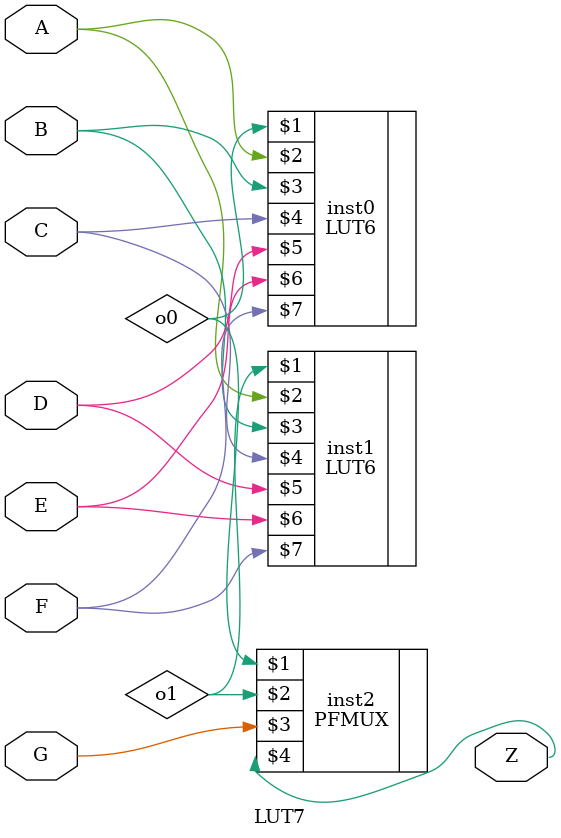
<source format=v>
`celldefine
`timescale 1 ns / 1 ps

module LUT7 (Z, A, B, C, D, E, F, G);

parameter  [127:0]init = 128'h0000_0000_0000_0000_0000_0000_0000_0000 ;

input   A, B, C, D, E, F, G;
output  Z;

wire o0, o1;

defparam inst0.init = init[63:0];
LUT6 inst0 (o0, A, B, C, D, E, F);

defparam inst1.init = init[127:64];
LUT6 inst1 (o1, A, B, C, D, E, F);

PFMUX    inst2 (o0, o1, G, Z);


endmodule
`endcelldefine

</source>
